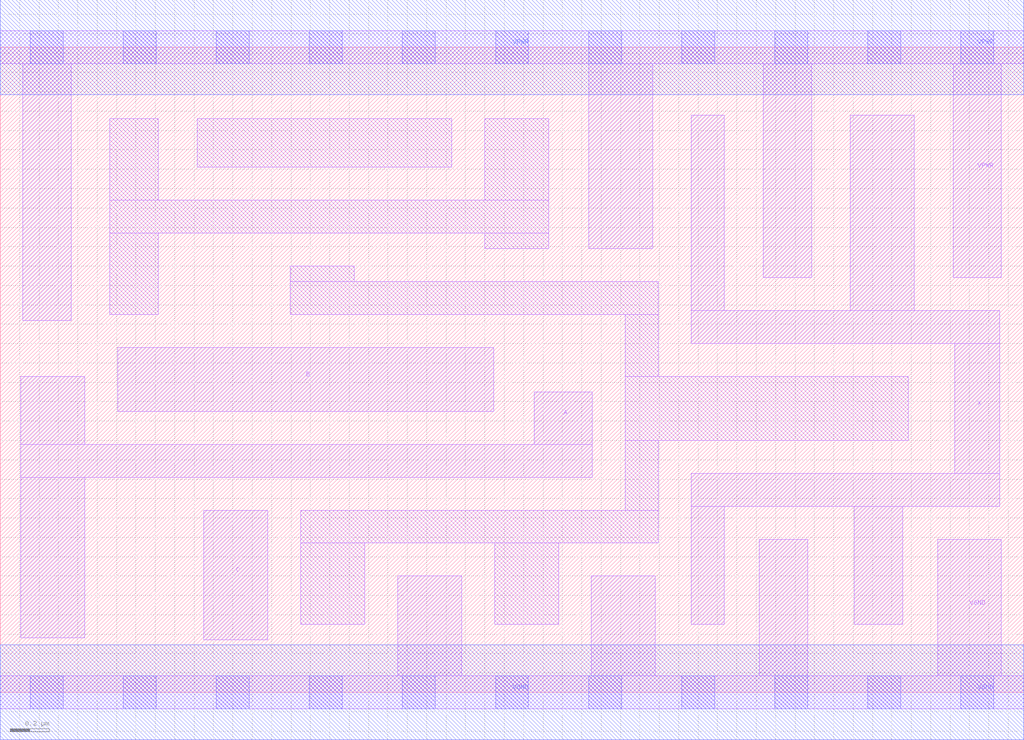
<source format=lef>
# Copyright 2020 The SkyWater PDK Authors
#
# Licensed under the Apache License, Version 2.0 (the "License");
# you may not use this file except in compliance with the License.
# You may obtain a copy of the License at
#
#     https://www.apache.org/licenses/LICENSE-2.0
#
# Unless required by applicable law or agreed to in writing, software
# distributed under the License is distributed on an "AS IS" BASIS,
# WITHOUT WARRANTIES OR CONDITIONS OF ANY KIND, either express or implied.
# See the License for the specific language governing permissions and
# limitations under the License.
#
# SPDX-License-Identifier: Apache-2.0

VERSION 5.7 ;
  NAMESCASESENSITIVE ON ;
  NOWIREEXTENSIONATPIN ON ;
  DIVIDERCHAR "/" ;
  BUSBITCHARS "[]" ;
UNITS
  DATABASE MICRONS 200 ;
END UNITS
MACRO sky130_fd_sc_ls__or3_4
  CLASS CORE ;
  SOURCE USER ;
  FOREIGN sky130_fd_sc_ls__or3_4 ;
  ORIGIN  0.000000  0.000000 ;
  SIZE  5.280000 BY  3.330000 ;
  SYMMETRY X Y ;
  SITE unit ;
  PIN A
    ANTENNAGATEAREA  0.411000 ;
    DIRECTION INPUT ;
    USE SIGNAL ;
    PORT
      LAYER li1 ;
        RECT 0.105000 0.280000 0.435000 1.110000 ;
        RECT 0.105000 1.110000 3.055000 1.280000 ;
        RECT 0.105000 1.280000 0.435000 1.630000 ;
        RECT 2.755000 1.280000 3.055000 1.550000 ;
    END
  END A
  PIN B
    ANTENNAGATEAREA  0.411000 ;
    DIRECTION INPUT ;
    USE SIGNAL ;
    PORT
      LAYER li1 ;
        RECT 0.605000 1.450000 2.545000 1.780000 ;
    END
  END B
  PIN C
    ANTENNAGATEAREA  0.411000 ;
    DIRECTION INPUT ;
    USE SIGNAL ;
    PORT
      LAYER li1 ;
        RECT 1.050000 0.270000 1.380000 0.940000 ;
    END
  END C
  PIN X
    ANTENNADIFFAREA  1.090100 ;
    DIRECTION OUTPUT ;
    USE SIGNAL ;
    PORT
      LAYER li1 ;
        RECT 3.565000 0.350000 3.735000 0.960000 ;
        RECT 3.565000 0.960000 5.155000 1.130000 ;
        RECT 3.565000 1.800000 5.155000 1.970000 ;
        RECT 3.565000 1.970000 3.735000 2.980000 ;
        RECT 4.385000 1.970000 4.715000 2.980000 ;
        RECT 4.405000 0.350000 4.655000 0.960000 ;
        RECT 4.925000 1.130000 5.155000 1.800000 ;
    END
  END X
  PIN VGND
    DIRECTION INOUT ;
    SHAPE ABUTMENT ;
    USE GROUND ;
    PORT
      LAYER li1 ;
        RECT 0.000000 -0.085000 5.280000 0.085000 ;
        RECT 2.050000  0.085000 2.380000 0.600000 ;
        RECT 3.050000  0.085000 3.380000 0.600000 ;
        RECT 3.915000  0.085000 4.165000 0.790000 ;
        RECT 4.835000  0.085000 5.165000 0.790000 ;
      LAYER mcon ;
        RECT 0.155000 -0.085000 0.325000 0.085000 ;
        RECT 0.635000 -0.085000 0.805000 0.085000 ;
        RECT 1.115000 -0.085000 1.285000 0.085000 ;
        RECT 1.595000 -0.085000 1.765000 0.085000 ;
        RECT 2.075000 -0.085000 2.245000 0.085000 ;
        RECT 2.555000 -0.085000 2.725000 0.085000 ;
        RECT 3.035000 -0.085000 3.205000 0.085000 ;
        RECT 3.515000 -0.085000 3.685000 0.085000 ;
        RECT 3.995000 -0.085000 4.165000 0.085000 ;
        RECT 4.475000 -0.085000 4.645000 0.085000 ;
        RECT 4.955000 -0.085000 5.125000 0.085000 ;
      LAYER met1 ;
        RECT 0.000000 -0.245000 5.280000 0.245000 ;
    END
  END VGND
  PIN VPWR
    DIRECTION INOUT ;
    SHAPE ABUTMENT ;
    USE POWER ;
    PORT
      LAYER li1 ;
        RECT 0.000000 3.245000 5.280000 3.415000 ;
        RECT 0.115000 1.920000 0.365000 3.245000 ;
        RECT 3.035000 2.290000 3.365000 3.245000 ;
        RECT 3.935000 2.140000 4.185000 3.245000 ;
        RECT 4.915000 2.140000 5.165000 3.245000 ;
      LAYER mcon ;
        RECT 0.155000 3.245000 0.325000 3.415000 ;
        RECT 0.635000 3.245000 0.805000 3.415000 ;
        RECT 1.115000 3.245000 1.285000 3.415000 ;
        RECT 1.595000 3.245000 1.765000 3.415000 ;
        RECT 2.075000 3.245000 2.245000 3.415000 ;
        RECT 2.555000 3.245000 2.725000 3.415000 ;
        RECT 3.035000 3.245000 3.205000 3.415000 ;
        RECT 3.515000 3.245000 3.685000 3.415000 ;
        RECT 3.995000 3.245000 4.165000 3.415000 ;
        RECT 4.475000 3.245000 4.645000 3.415000 ;
        RECT 4.955000 3.245000 5.125000 3.415000 ;
      LAYER met1 ;
        RECT 0.000000 3.085000 5.280000 3.575000 ;
    END
  END VPWR
  OBS
    LAYER li1 ;
      RECT 0.565000 1.950000 0.815000 2.370000 ;
      RECT 0.565000 2.370000 2.830000 2.540000 ;
      RECT 0.565000 2.540000 0.815000 2.960000 ;
      RECT 1.015000 2.710000 2.330000 2.960000 ;
      RECT 1.495000 1.950000 3.395000 2.120000 ;
      RECT 1.495000 2.120000 1.825000 2.200000 ;
      RECT 1.550000 0.350000 1.880000 0.770000 ;
      RECT 1.550000 0.770000 3.395000 0.940000 ;
      RECT 2.500000 2.290000 2.830000 2.370000 ;
      RECT 2.500000 2.540000 2.830000 2.960000 ;
      RECT 2.550000 0.350000 2.880000 0.770000 ;
      RECT 3.225000 0.940000 3.395000 1.300000 ;
      RECT 3.225000 1.300000 4.685000 1.630000 ;
      RECT 3.225000 1.630000 3.395000 1.950000 ;
  END
END sky130_fd_sc_ls__or3_4

</source>
